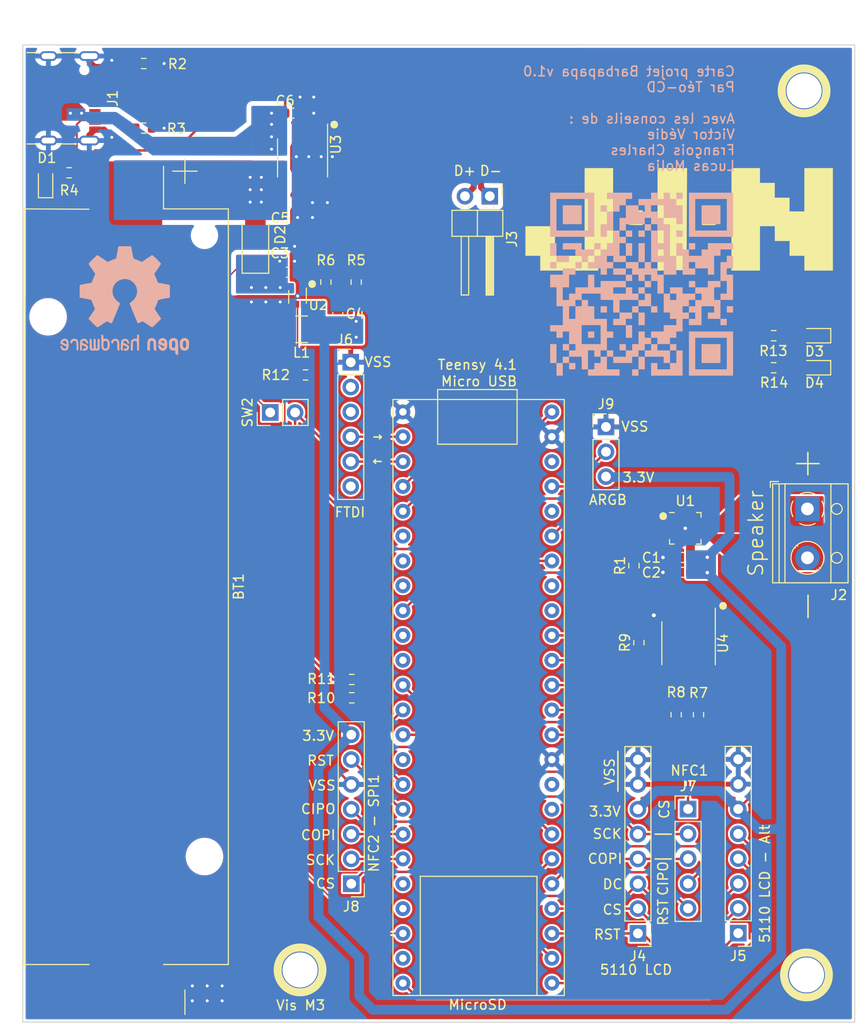
<source format=kicad_pcb>
(kicad_pcb (version 20221018) (generator pcbnew)
  (title_block (title "Carte projet Barbapapa") (date "2023-06-26") (rev "1.0") (company "Téo-CD"))
  (layers (0 "F.Cu" signal) (31 "B.Cu" power) (34 "B.Paste" user) (35 "F.Paste" user) (36 "B.SilkS" user "B.Silkscreen") (37 "F.SilkS" user "F.Silkscreen") (38 "B.Mask" user) (39 "F.Mask" user) (44 "Edge.Cuts" user))
  (net 0 "")
  (net 1 "/Power and USB/BATT_LOAD")
  (net 2 "VSS")
  (net 3 "/Power and USB/VBUS")
  (net 4 "Net-(D1-K)")
  (net 5 "Net-(D1-A)")
  (net 6 "Net-(J1-CC1)")
  (net 7 "/Power and USB/USB_D_P")
  (net 8 "/Power and USB/USB_D_N")
  (net 10 "Net-(J1-CC2)")
  (net 12 "/Audio/Speaker_P")
  (net 13 "/Audio/Speaker_N")
  (net 14 "/LCD connectors/LCD_RST")
  (net 15 "/LCD connectors/LCD_CS")
  (net 16 "/LCD connectors/LCD_DC")
  (net 17 "/SPI_COPI")
  (net 18 "/SPI_SCK")
  (net 19 "/LCD connectors/LCD_COPI_ALT")
  (net 20 "/LCD connectors/LCD_SCK_ALT")
  (net 23 "Net-(J6-Pin_4)")
  (net 24 "Net-(J6-Pin_5)")
  (net 26 "/NFC Connectors/NFC1_CS")
  (net 27 "/SPI_CIPO")
  (net 28 "/NFC2_CS")
  (net 29 "/SPI1_SCK")
  (net 30 "/SPI1_COPI")
  (net 31 "/SPI1_CIPO")
  (net 32 "/NFC Connectors/NFC2_RST")
  (net 33 "Net-(U2-SW)")
  (net 34 "/Audio/Amp_enable")
  (net 35 "Net-(U1-~{SD_MODE})")
  (net 36 "Net-(U2-FB)")
  (net 37 "Net-(U4-X0)")
  (net 38 "Net-(U4-X3)")
  (net 39 "/Audio/AMP_GAIN_EN")
  (net 40 "/Power and USB/VIN")
  (net 44 "/Audio_OUT")
  (net 47 "/Audio/AMP_GAIN0")
  (net 48 "/Audio/AMP_GAIN1")
  (net 51 "/Audio/LRCLK")
  (net 52 "/Audio/BCLK")
  (net 59 "Net-(U1-~{GAIN_SLOT})")
  (net 65 "/NFC1_RST")
  (net 66 "/BAT_SNS")
  (net 69 "/Reg_en")
  (net 70 "/Power and USB/BATT_SAFE")
  (net 71 "VDD")
  (net 72 "Net-(D3-A)")
  (net 73 "Net-(D4-A)")
  (net 74 "/DBG_LED_1")
  (net 75 "/DBG_LED_2")
  (net 76 "/ARGB_Data")
  (footprint "01_Passives:RES_0603" (layer "F.Cu") (at 51.2572 127 180)
    (fp_text reference "R11")
    (fp_text value "RES_0603_100K_1%")
  )
  (footprint "LED_SMD:LED_0603_1608Metric_Pad1.05x0.95mm_HandSolder" (layer "F.Cu") (at 98.6038 91.8464 180)
    (fp_text reference "D3")
    (fp_text value "LED")
  )
  (footprint "Connector_PinHeader_2.54mm:PinHeader_1x05_P2.54mm_Vertical" (layer "F.Cu") (at 85.667 140.2536)
    (fp_text reference "J7")
    (fp_text value "NFC1")
  )
  (footprint "01_Passives:RES_0603" (layer "F.Cu") (at 29.972 70.612 180)
    (fp_text reference "R3")
    (fp_text value "RES_0603_5K1_1%")
  )
  (footprint "Package_SO:SOIC-8_3.9x4.9mm_P1.27mm" (layer "F.Cu") (at 46.228 73.66 -90)
    (fp_text reference "U3")
    (fp_text value "MAX1811")
  )
  (footprint "01_Passives:RES_0603" (layer "F.Cu") (at 51.2572 128.8796)
    (fp_text reference "R10")
    (fp_text value "RES_0603_200k_1%")
  )
  (footprint "LOGO" (layer "F.Cu") (at 85.2424 80.2132)
    (fp_text reference "G***" hide)
    (fp_text value "LOGO" hide)
  )
  (footprint "MountingHole:MountingHole_3.2mm_M3" (layer "F.Cu") (at 97.536 66.802)
    (fp_text reference "H1" hide)
    (fp_text value "MountingHole")
  )
  (footprint "Diode_SMD:D_SOD-128" (layer "F.Cu") (at 41.402 82.296 90)
    (fp_text reference "D2")
    (fp_text value "PMEG3050EP-QX")
  )
  (footprint "Battery:BatteryHolder_Keystone_1042_1x18650" (layer "F.Cu") (at 28.193 117.516 -90)
    (fp_text reference "BT1")
    (fp_text value "Battery_Cell")
  )
  (footprint "01_Passives:CAP_0603" (layer "F.Cu") (at 85.1336 116.0474 180)
    (fp_text reference "C2")
    (fp_text value "CAP_0603_10uF_50V")
  )
  (footprint "Connector_PinHeader_2.54mm:PinHeader_1x02_P2.54mm_Vertical" (layer "F.Cu") (at 42.921 99.695 90)
    (fp_text reference "SW2")
    (fp_text value "Power switch")
  )
  (footprint "Connector_USB:USB_C_Receptacle_GCT_USB4105-xx-A_16P_TopMnt_Horizontal" (layer "F.Cu") (at 21.3 67.564 -90)
    (fp_text reference "J1")
    (fp_text value "USB_C_Receptacle_USB2.0")
  )
  (footprint "Stuff:Teensy 4.1" (layer "F.Cu") (at 64.1123 127.579)
    (fp_text reference "Teensy 4.1")
    (fp_text value "~")
  )
  (footprint "Connector_PinHeader_2.54mm:PinHeader_1x08_P2.54mm_Vertical" (layer "F.Cu") (at 80.5362 152.979 180)
    (fp_text reference "J4")
    (fp_text value "LCD SPI")
  )
  (footprint "01_Passives:RES_0603" (layer "F.Cu") (at 86.7338 130.6016 90)
    (fp_text reference "R7")
    (fp_text value "RES_0603_100K_1%")
  )
  (footprint "MountingHole:MountingHole_3.2mm_M3" (layer "F.Cu") (at 45.974 156.718)
    (fp_text reference "H3" hide)
    (fp_text value "MountingHole")
  )
  (footprint "01_Passives:CAP_0603" (layer "F.Cu") (at 44.704 85.344)
    (fp_text reference "C3")
    (fp_text value "CAP_0603_10uF_50V")
  )
  (footprint "01_Passives:RES_0603" (layer "F.Cu") (at 94.425 95.123 180)
    (fp_text reference "R14")
    (fp_text value "RES_0603_200_1%")
  )
  (footprint "LED_SMD:LED_0603_1608Metric_Pad1.05x0.95mm_HandSolder" (layer "F.Cu") (at 98.6 95.123 180)
    (fp_text reference "D4")
    (fp_text value "LED")
  )
  (footprint "01_Passives:RES_0603" (layer "F.Cu") (at 48.6156 86.36 90)
    (fp_text reference "R6")
    (fp_text value "RES_0603_44K2_1%")
  )
  (footprint "01_Passives:CAP_0603" (layer "F.Cu") (at 44.958 78.232 180)
    (fp_text reference "C5")
    (fp_text value "CAP_0603_10uF_50V")
  )
  (footprint "MountingHole:MountingHole_3.2mm_M3" (layer "F.Cu") (at 97.79 157.226)
    (fp_text reference "H2" hide)
    (fp_text value "MountingHole")
  )
  (footprint "Inductor_SMD:L_1210_3225Metric_Pad1.42x2.65mm_HandSolder" (layer "F.Cu") (at 46.1264 91.186)
    (fp_text reference "L1")
    (fp_text value "IND_1.5uH_5A_20%")
  )
  (footprint "Connector_PinHeader_2.54mm:PinHeader_1x07_P2.54mm_Vertical" (layer "F.Cu") (at 51.2091 147.899 180)
    (fp_text reference "J8")
    (fp_text value "NFC2")
  )
  (footprint "01_Passives:CAP_0603" (layer "F.Cu") (at 45.212 69.088 180)
    (fp_text reference "C6")
    (fp_text value "CAP_0603_10uF_50V")
  )
  (footprint "01_Passives:RES_0603" (layer "F.Cu") (at 46.5328 95.8596)
    (fp_text reference "R12")
    (fp_text value "RES_0603_5K1_1%")
  )
  (footprint "01_Passives:CAP_0603" (layer "F.Cu") (at 49.8348 89.6112 -90)
    (fp_text reference "C4")
    (fp_text value "CAP_0603_10uF_50V")
  )
  (footprint "Connector_PinHeader_2.54mm:PinHeader_1x06_P2.54mm_Vertical" (layer "F.Cu") (at 51.1583 94.559)
    (fp_text reference "J6")
    (fp_text value "Random FTDI")
  )
  (footprint "Package_TO_SOT_SMD:SOT-563" (layer "F.Cu") (at 45.712 87.872 -90)
    (fp_text reference "U2")
    (fp_text value "AP61201Z6-7 buck")
  )
  (footprint "01_Passives:RES_0603" (layer "F.Cu") (at 84.4478 130.6016 90)
    (fp_text reference "R8")
    (fp_text value "RES_0603_100K_1%")
  )
  (footprint "01_Passives:CAP_0603" (layer "F.Cu") (at 85.1336 114.5234 180)
    (fp_text reference "C1")
    (fp_text value "CAP_0603_100nF_50V")
  )
  (footprint "Connector_PinHeader_2.54mm:PinHeader_1x03_P2.54mm_Vertical" (layer "F.Cu") (at 77.2695 101.178)
    (fp_text reference "J9")
    (fp_text value "RGB_LED")
  )
  (footprint "01_Passives:RES_0603" (layer "F.Cu") (at 51.7144 86.36 -90)
    (fp_text reference "R5")
    (fp_text value "RES_0603_200k_1%")
  )
  (footprint "01_Passives:RES_0603" (layer "F.Cu") (at 22.352 75.184)
    (fp_text reference "R4")
    (fp_text value "RES_0603_200_1%")
  )
  (footprint "Package_SO:TSSOP-16_4.4x5mm_P0.65mm" (layer "F.Cu") (at 85.7178 123.3041 -90)
    (fp_text reference "U4")
    (fp_text value "CD4051B")
  )
  (footprint "TerminalBlock_RND:TerminalBlock_RND_205-00012_1x02_P5.00mm_Horizontal" (layer "F.Cu") (at 97.8787 109.5596 -90)
    (fp_text reference "J2")
    (fp_text value "Speaker")
  )
  (footprint "01_Passives:RES_0603" (layer "F.Cu") (at 94.4288 91.8464)
    (fp_text reference "R13")
    (fp_text value "RES_0603_200_1%")
  )
  (footprint "01_Passives:RES_0603" (layer "F.Cu") (at 29.972 64.008)
    (fp_text reference "R2")
    (fp_text value "RES_0603_5K1_1%")
  )
  (footprint "LED_SMD:LED_0603_1608Metric_Pad1.05x0.95mm_HandSolder" (layer "F.Cu") (at 19.939 76.073 90)
    (fp_text reference "D1")
    (fp_text value "LED")
  )
  (footprint "LOGO" (layer "F.Cu") (at 80.9244 86.5632)
    (fp_text reference "G***" hide)
    (fp_text value "LOGO" hide)
  )
  (footprint "Connector_PinHeader_2.54mm:PinHeader_1x08_P2.54mm_Vertical" (layer "F.Cu") (at 90.7978 152.9536 180)
    (fp_text reference "J5")
    (fp_text value "LCD Soft SPI")
  )
  (footprint "01_Passives:RES_0603" (layer "F.Cu") (at 80.6378 123.2356 90)
    (fp_text reference "R9")
    (fp_text value "RES_0603_5K1_1%")
  )
  (footprint "Connector_PinHeader_2.54mm:PinHeader_1x02_P2.54mm_Horizontal" (layer "F.Cu") (at 65.3823 77.579 -90)
    (fp_text reference "J3")
    (fp_text value "Conn_01x02")
  )
  (footprint "Package_DFN_QFN:TQFN-16-1EP_3x3mm_P0.5mm_EP1.23x1.23mm" (layer "F.Cu") (at 85.3816 111.5439)
    (fp_text reference "U1")
    (fp_text value "MAX98357A/B")
  )
  (footprint "01_Passives:RES_0603" (layer "F.Cu") (at 80.1298 115.3616 90)
    (fp_text reference "R1")
    (fp_text value "RES_0603_634K_1%")
  )
  (footprint "Symbol:OSHW-Logo2_14.6x12mm_SilkScreen" (layer "B.Cu") (at 28.0416 88.2396 180)
    (fp_text reference "REF**" hide)
    (fp_text value "OSHW-Logo2_14.6x12mm_SilkScreen" hide)
  )
  (gr_circle (center 97.536 66.802) (end 99.836 66.802) (stroke (width 0.8)) (fill none) (layer "F.SilkS"))
  (gr_line (start 82.296 145.3642) (end 83.947 145.3642) (stroke (width 0.153)) (layer "F.SilkS"))
  (gr_circle (center 97.7808 157.226) (end 100.0808 157.226) (stroke (width 0.8)) (fill none) (layer "F.SilkS"))
  (gr_line (start 78.486 134.366) (end 78.486 138.43) (stroke (width 0.153)) (layer "F.SilkS"))
  (gr_circle (center 45.974 156.7088) (end 48.274 156.7088) (stroke (width 0.8)) (fill none) (layer "F.SilkS"))
  (gr_line (start 82.296 142.8242) (end 83.947 142.8242) (stroke (width 0.153)) (layer "F.SilkS"))
  (gr_rect (start 17.6022 62.103) (end 102.7176 162.052) (stroke (width 0.1)) (fill none) (layer "Edge.Cuts"))
  (gr_text "${TITLE} v${REVISION}\nPar ${COMPANY}\n\nAvec les conseils de :\nVictor Védie\nFrançois Charles\nLucas Molia" (at 90.551 75.057) (layer "B.SilkS") (effects (font (size 1 1) (thickness 0.153)) (justify left bottom mirror)))
  (gr_text "3.3V" (at 46.101 133.35) (layer "F.SilkS") (effects (font (size 1 1) (thickness 0.153)) (justify left bottom)))
  (gr_text "+" (at 95.9639 106.4462) (layer "F.SilkS") (effects (font (size 3 3) (thickness 0.153)) (justify left bottom)))
  (gr_text "-" (at 96.4211 117.5714 -90) (layer "F.SilkS") (effects (font (size 3 3) (thickness 0.153)) (justify left bottom)))
  (gr_text "Vis M3" (at 43.434 160.909) (layer "F.SilkS") (effects (font (size 1 1) (thickness 0.153)) (justify left bottom)))
  (gr_text "RST" (at 83.693 152.273 90) (layer "F.SilkS") (effects (font (size 1 1) (thickness 0.153)) (justify left bottom)))
  (gr_text "VSS" (at 52.451 95.123) (layer "F.SilkS") (effects (font (size 1 1) (thickness 0.153)) (justify left bottom)))
  (gr_text "●" (at 46.612 86.972) (layer "F.SilkS") (effects (font (size 0.8 0.8) (thickness 0.153)) (justify left bottom)))
  (gr_text "CS" (at 76.835 151.13) (layer "F.SilkS") (effects (font (size 1 1) (thickness 0.153)) (justify left bottom)))
  (gr_text "CIPO" (at 83.693 149.225 90) (layer "F.SilkS") (effects (font (size 1 1) (thickness 0.153)) (justify left bottom)))
  (gr_text "NFC1" (at 83.7692 136.906) (layer "F.SilkS") (effects (font (size 1 1) (thickness 0.153)) (justify left bottom)))
  (gr_text "DC" (at 76.835 148.5392) (layer "F.SilkS") (effects (font (size 1 1) (thickness 0.153)) (justify left bottom)))
  (gr_text "SCK" (at 46.482 146.05) (layer "F.SilkS") (effects (font (size 1 1) (thickness 0.153)) (justify left bottom)))
  (gr_text "RST" (at 46.609 135.89) (layer "F.SilkS") (effects (font (size 1 1) (thickness 0.153)) (justify left bottom)))
  (gr_text "RST" (at 75.946 153.67) (layer "F.SilkS") (effects (font (size 1 1) (thickness 0.153)) (justify left bottom)))
  (gr_text "VSS" (at 46.736 138.43) (layer "F.SilkS") (effects (font (size 1 1) (thickness 0.153)) (justify left bottom)))
  (gr_text "●" (at 48.8696 70.6628) (layer "F.SilkS") (effects (font (size 0.8 0.8) (thickness 0.153)) (justify left bottom)))
  (gr_text "●" (at 82.5246 110.7134) (layer "F.SilkS") (effects (font (size 0.8 0.8) (thickness 0.153)) (justify left bottom)))
  (gr_text "SCK" (at 75.819 143.383) (layer "F.SilkS") (effects (font (size 1 1) (thickness 0.153)) (justify left bottom)))
  (gr_text "Speaker" (at 93.472 116.586 90) (layer "F.SilkS") (effects (font (size 1.5 1.5) (thickness 0.153)) (justify left bottom)))
  (gr_text "VSS" (at 78.74 101.727) (layer "F.SilkS") (effects (font (size 1 1) (thickness 0.153)) (justify left bottom)))
  (gr_text "ARGB" (at 75.438 109.22) (layer "F.SilkS") (effects (font (size 1 1) (thickness 0.153)) (justify left bottom)))
  (gr_text "5110 LCD" (at 76.5556 157.2768) (layer "F.SilkS") (effects (font (size 1 1) (thickness 0.153)) (justify left bottom)))
  (gr_text "D+" (at 61.595 75.565) (layer "F.SilkS") (effects (font (size 1 1) (thickness 0.153)) (justify left bottom)))
  (gr_text "VSS" (at 78.232 137.922 90) (layer "F.SilkS") (effects (font (size 1 1) (thickness 0.153)) (justify left bottom)))
  (gr_text "D-" (at 64.262 75.565) (layer "F.SilkS") (effects (font (size 1 1) (thickness 0.153)) (justify left bottom)))
  (gr_text "●" (at 88.646 119.888) (layer "F.SilkS") (effects (font (size 0.8 0.8) (thickness 0.153)) (justify left bottom)))
  (gr_text "COPI" (at 45.974 143.51) (layer "F.SilkS") (effects (font (size 1 1) (thickness 0.153)) (justify left bottom)))
  (gr_text "→" (at 54.61 104.1908 180) (layer "F.SilkS") (effects (font (size 1 1) (thickness 0.153)) (justify left bottom)))
  (gr_text "CS" (at 47.498 148.463) (layer "F.SilkS") (effects (font (size 1 1) (thickness 0.153)) (justify left bottom)))
  (gr_text "CS" (at 83.82 141.351 90) (layer "F.SilkS") (effects (font (size 1 1) (thickness 0.153)) (justify left bottom)))
  (gr_text "3.3V" (at 78.867 106.934) (layer "F.SilkS") (effects (font (size 1 1) (thickness 0.153)) (justify left bottom)))
  (gr_text "5110 LCD - Alt" (at 94.107 154.0458 90) (layer "F.SilkS") (effects (font (size 1 1) (thickness 0.153)) (justify left bottom)))
  (gr_text "NFC2 - SPI1" (at 54.102 146.812 90) (layer "F.SilkS") (effects (font (size 1 1) (thickness 0.153)) (justify left bottom)))
  (gr_text "3.3V" (at 75.438 141.097) (layer "F.SilkS") (effects (font (size 1 1) (thickness 0.153)) (justify left bottom)))
  (gr_text "CIPO" (at 45.974 140.843) (layer "F.SilkS") (effects (font (size 1 1) (thickness 0.153)) (justify left bottom)))
  (gr_text "FTDI" (at 49.4284 110.49) (layer "F.SilkS") (effects (font (size 1 1) (thickness 0.153)) (justify left bottom)))
  (gr_text "→" (at 53.1876 102.7176) (layer "F.SilkS") (effects (font (size 1 1) (thickness 0.153)) (justify left bottom)))
  (gr_text "COPI" (at 75.311 145.923) (layer "F.SilkS") (effects (font (size 1 1) (thickness 0.153)) (justify left bottom)))
  (via (at 40.8686 76.9112) (size 0.56) (drill 0.3) (layers "F.Cu" "B.Cu") (net 1))
  (via (at 40.8686 78.1812) (size 0.56) (drill 0.3) (layers "F.Cu" "B.Cu") (net 1))
  (via (at 42.0116 76.9112) (size 0.56) (drill 0.3) (layers "F.Cu" "B.Cu") (net 1))
  (via (at 42.0116 78.1812) (size 0.56) (drill 0.3) (layers "F.Cu" "B.Cu") (net 1))
  (via (at 42.0116 75.6412) (size 0.56) (drill 0.3) (layers "F.Cu" "B.Cu") (net 1))
  (via (at 40.8686 75.6412) (size 0.56) (drill 0.3) (layers "F.Cu" "B.Cu") (net 1))
  (segment (start 83.0966 116.0474) (end 84.3586 116.0474) (width 0.4) (layer "F.Cu") (net 2))
  (segment (start 85.1316 110.1064) (end 85.1316 111.2939) (width 0.15) (layer "F.Cu") (net 2))
  (segment (start 83.9441 111.7939) (end 85.1316 111.7939) (width 0.15) (layer "F.Cu") (net 2))
  (segment (start 83.1016 114.5234) (end 84.3586 114.5234) (width 0.4) (layer "F.Cu") (net 2))
  (segment (start 83.4428 120.4416) (end 82.1618 120.4416) (width 0.25) (layer "F.Cu") (net 2))
  (segment (start 49.3268 129.3876) (end 49.3268 135.8567) (width 0.25) (layer "F.Cu") (net 2))
  (segment (start 49.3268 135.8567) (end 51.2091 137.739) (width 0.25) (layer "F.Cu") (net 2))
  (segment (start 83.4428 120.4416) (end 84.0928 120.4416) (width 0.25) (layer "F.Cu") (net 2))
  (segment (start 87.3428 124.91533) (end 87.3428 126.1666) (width 0.25) (layer "F.Cu") (net 2))
  (segment (start 24.405 63.789) (end 24.98 64.364) (width 0.6) (layer "F.Cu") (net 2))
  (segment (start 32.0654 70.612) (end 30.797 70.612) (width 0.25) (layer "F.Cu") (net 2))
  (segment (start 51.1583 94.559) (end 47.9858 94.559) (width 0.15) (layer "F.Cu") (net 2))
  (segment (start 86.9828 135.1736) (end 90.7978 135.1736) (width 0.25) (layer "F.Cu") (net 2))
  (segment (start 84.0928 120.4416) (end 84.0928 121.66533) (width 0.25) (layer "F.Cu") (net 2))
  (segment (start 24.98 70.764) (end 25.9224 70.764) (width 0.6) (layer "F.Cu") (net 2))
  (segment (start 47.9858 94.559) (end 47.3578 95.187) (width 0.15) (layer "F.Cu") (net 2))
  (segment (start 47.3578 95.187) (end 47.3578 95.8596) (width 0.15) (layer "F.Cu") (net 2))
  (segment (start 24.98 64.364) (end 26.024 64.364) (width 0.6) (layer "F.Cu") (net 2))
  (segment (start 86.8191 111.2939) (end 85.6316 111.2939) (width 0.15) (layer "F.Cu") (net 2))
  (segment (start 50.4322 128.8796) (end 49.8348 128.8796) (width 0.25) (layer "F.Cu") (net 2))
  (segment (start 25.9224 70.764) (end 26.7102 71.5518) (width 0.6) (layer "F.Cu") (net 2))
  (segment (start 24.405 71.884) (end 24.405 71.339) (width 0.6) (layer "F.Cu") (net 2))
  (segment (start 32.0654 64.008) (end 30.797 64.008) (width 0.25) (layer "F.Cu") (net 2))
  (segment (start 49.8348 128.8796) (end 49.3268 129.3876) (width 0.25) (layer "F.Cu") (net 2))
  (segment (start 84.4478 132.6386) (end 86.9828 135.1736) (width 0.25) (layer "F.Cu") (net 2))
  (segment (start 84.4478 131.4266) (end 84.4478 132.6386) (width 0.25) (layer "F.Cu") (net 2))
  (segment (start 84.0928 121.66533) (end 87.3428 124.91533) (width 0.25) (layer "F.Cu") (net 2))
  (segment (start 26.024 64.364) (end 26.7102 63.6778) (width 0.6) (layer "F.Cu") (net 2))
  (segment (start 24.405 63.244) (end 24.405 63.789) (width 0.6) (layer "F.Cu") (net 2))
  (segment (start 24.405 71.339) (end 24.98 70.764) (width 0.6) (layer "F.Cu") (net 2))
  (via (at 47.244 78.232) (size 0.56) (drill 0.3) (layers "F.Cu" "B.Cu") (net 2))
  (via (at 34.9504 159.8676) (size 0.56) (drill 0.3) (layers "F.Cu" "B.Cu") (net 2))
  (via (at 36.4744 159.8676) (size 0.56) (drill 0.3) (layers "F.Cu" "B.Cu") (net 2))
  (via (at 45.4152 82.7024) (size 0.56) (drill 0.3) (layers "F.Cu" "B.Cu") (net 2))
  (via (at 82.1618 120.4416) (size 0.8) (drill 0.4) (layers "F.Cu" "B.Cu") (net 2))
  (via (at 45.72 79.756) (size 0.56) (drill 0.3) (layers "F.Cu" "B.Cu") (net 2))
  (via (at 42.4688 88.392) (size 0.56) (drill 0.3) (layers "F.Cu" "B.Cu") (net 2))
  (via (at 32.0654 64.008) (size 0.56) (drill 0.3) (layers "F.Cu" "B.Cu") (net 2))
  (via (at 45.4152 84.2264) (size 0.56) (drill 0.3) (layers "F.Cu" "B.Cu") (net 2))
  (via (at 47.371 67.437) (size 0.56) (drill 0.3) (layers "F.Cu" "B.Cu") (net 2))
  (via (at 48.768 78.232) (size 0.56) (drill 0.3) (layers "F.Cu" "B.Cu") (net 2))
  (via (at 47.244 79.756) (size 0.56) (drill 0.3) (layers "F.Cu" "B.Cu") (net 2))
  (via (at 37.9984 158.3436) (size 0.56) (drill 0.3) (layers "F.Cu" "B.Cu") (net 2))
  (via (at 45.72 87.7824) (size 0.56) (drill 0.3) (layers "F.Cu" "B.Cu") (net 2))
  (via (at 34.9504 158.3436) (size 0.56) (drill 0.3) (layers "F.Cu" "B.Cu") (net 2))
  (via (at 45.593 73.533) (size 0.56) (drill 0.3) (layers "F.Cu" "B.Cu") (net 2))
  (via (at 45.974 67.437) (size 0.56) (drill 0.3) (layers "F.Cu" "B.Cu") (net 2))
  (via (at 26.7102 63.6778) (size 0.56) (drill 0.3) (layers "F.Cu" "B.Cu") (net 2))
  (via (at 46.863 73.533) (size 0.56) (drill 0.3) (layers "F.Cu" "B.Cu") (net 2))
  (via (at 36.4744 158.3436) (size 0.56) (drill 0.3) (layers "F.Cu" "B.Cu") (net 2))
  (via (at 40.9956 88.392) (size 0.56) (drill 0.3) (layers "F.Cu" "B.Cu") (net 2))
  (via (at 43.942 88.392) (size 0.56) (drill 0.3) (layers "F.Cu" "B.Cu") (net 2))
  (via (at 32.0654 70.612) (size 0.56) (drill 0.3) (layers "F.Cu" "B.Cu") (net 2))
  (via (at 49.276 73.533) (size 0.56) (drill 0.3) (layers "F.Cu" "B.Cu") (net 2))
  (via (at 85.3816 111.5439) (size 0.61) (drill 0.35) (layers "F.Cu" "B.Cu") (net 2))
  (via (at 83.0966 116.0474) (size 0.61) (drill 0.35) (layers "F.Cu" "B.Cu") (net 2))
  (via (at 26.7102 71.5518) (size 0.56) (drill 0.3) (layers "F.Cu" "B.Cu") (net 2))
  (via (at 37.9984 159.8676) (size 0.56) (drill 0.3) (layers "F.Cu" "B.Cu") (net 2))
  (via (at 83.1016 114.5234) (size 0.61) (drill 0.35) (layers "F.Cu" "B.Cu") (net 2))
  (via (at 47.371 69.088) (size 0.56) (drill 0.3) (layers "F.Cu" "B.Cu") (net 2))
  (via (at 48.133 73.533) (size 0.56) (drill 0.3) (layers "F.Cu" "B.Cu") (net 2))
  (segment (start 46.863 71.185) (end 48.133 71.185) (width 0.25) (layer "F.Cu") (net 3))
  (segment (start 51.054 71.758) (end 50.481 71.185) (width 0.25) (layer "F.Cu") (net 3))
  (segment (start 50.481 66.991) (end 50.481 71.185) (width 0.25) (layer "F.Cu") (net 3))
  (segment (start 44.958 66.421) (end 49.911 66.421) (width 0.25) (layer "F.Cu") (net 3))
  (segment (start 23.177 75.184) (end 23.128 75.135) (width 0.2) (layer "F.Cu") (net 3))
  (segment (start 51.054 73.7616) (end 51.054 71.758) (width 0.25) (layer "F.Cu") (net 3))
  (segment (start 24.8152 69.7992) (end 24.98 69.964) (width 0.2) (layer "F.Cu") (net 3))
  (segment (start 46.863 76.135) (end 46.863 75.758249) (width 0.25) (layer "F.Cu") (net 3))
  (segment (start 44.45 66.929) (end 44.958 66.421) (width 0.25) (layer "F.Cu") (net 3))
  (segment (start 48.133 71.185) (end 50.481 71.185) (width 0.25) (layer "F.Cu") (net 3))
  (segment (start 23.5712 69.7992) (end 24.8152 69.7992) (width 0.2) (layer "F.Cu") (net 3))
  (segment (start 44.45 69.075) (end 44.45 66.929) (width 0.25) (layer "F.Cu") (net 3))
  (segment (start 23.128 75.135) (end 23.128 70.2424) (width 0.2) (layer "F.Cu") (net 3))
  (segment (start 49.911 66.421) (end 50.481 66.991) (width 0.25) (layer "F.Cu") (net 3))
  (segment (start 46.863 75.758249) (end 47.742049 74.8792) (width 0.25) (layer "F.Cu") (net 3))
  (segment (start 49.9364 74.8792) (end 51.054 73.7616) (width 0.25) (layer "F.Cu") (net 3))
  (segment (start 47.742049 74.8792) (end 49.9364 74.8792) (width 0.25) (layer "F.Cu") (net 3))
  (segment (start 23.128 70.2424) (end 23.5712 69.7992) (width 0.2) (layer "F.Cu") (net 3))
  (segment (start 44.437 69.088) (end 44.45 69.075) (width 0.25) (layer "F.Cu") (net 3))
  (via (at 43.053 71.501) (size 0.56) (drill 0.3) (layers "F.Cu" "B.Cu") (net 3))
  (via (at 43.053 70.231) (size 0.56) (drill 0.3) (layers "F.Cu" "B.Cu") (net 3))
  (via (at 22.479 69.088) (size 0.56) (drill 0.3) (layers "F.Cu" "B.Cu") (net 3))
  (via (at 43.053 69.088) (size 0.56) (drill 0.3) (layers "F.Cu" "B.Cu") (net 3))
  (via (at 43.053 72.771) (size 0.56) (drill 0.3) (layers "F.Cu" "B.Cu") (net 3))
  (via (at 23.622 69.088) (size 0.56) (drill 0.3) (layers "F.Cu" "B.Cu") (net 3))
  (segment (start 51.431 67.407841) (end 50.063159 66.04) (width 0.25) (layer "F.Cu") (net 4))
  (segment (start 38.735 67.437) (end 33.274 72.898) (width 0.25) (layer "F.Cu") (net 4))
  (segment (start 33.274 72.898) (end 25.005 72.898) (width 0.25) (layer "F.Cu") (net 4))
  (segment (start 43.307 67.437) (end 38.735 67.437) (width 0.25) (layer "F.Cu") (net 4))
  (segment (start 44.704 66.04) (end 43.307 67.437) (width 0.25) (layer "F.Cu") (net 4))
  (segment (start 51.431 73.917758) (end 51.431 67.407841) (width 0.25) (layer "F.Cu") (net 4))
  (segment (start 23.128 76.948) (end 19.939 76.948) (width 0.25) (layer "F.Cu") (net 4))
  (segment (start 24.003 73.9) (end 24.003 76.073) (width 0.25) (layer "F.Cu") (net 4))
  (segment (start 48.133 76.135) (end 49.213758 76.135) (width 0.25) (layer "F.Cu") (net 4))
  (segment (start 24.003 76.073) (end 23.128 76.948) (width 0.25) (layer "F.Cu") (net 4))
  (segment (start 25.005 72.898) (end 24.003 73.9) (width 0.25) (layer "F.Cu") (net 4))
  (segment (start 50.063159 66.04) (end 44.704 66.04) (width 0.25) (layer "F.Cu") (net 4))
  (segment (start 49.213758 76.135) (end 51.431 73.917758) (width 0.25) (layer "F.Cu") (net 4))
  (segment (start 21.527 75.184) (end 19.953 75.184) (width 0.2) (layer "F.Cu") (net 5))
  (segment (start 19.953 75.184) (end 19.939 75.198) (width 0.2) (layer "F.Cu") (net 5))
  (segment (start 28.111 64.008) (end 29.147 64.008) (width 0.25) (layer "F.Cu") (net 6))
  (segment (start 24.98 66.314) (end 25.805 66.314) (width 0.25) (layer "F.Cu") (net 6))
  (segment (start 25.805 66.314) (end 28.111 64.008) (width 0.25) (layer "F.Cu") (net 6))
  (segment (start 25.709 67.314) (end 25.9842 67.5892) (width 0.25) (layer "F.Cu") (net 7))
  (segment (start 63.737299 75.697631) (end 52.778268 64.7386) (width 0.6) (layer "F.Cu") (net 7))
  (segment (start 25.9842 67.5892) (end 25.9842 68.1848) (width 0.25) (layer "F.Cu") (net 7))
  (segment (start 62.8423 77.579) (end 63.737299 76.684001) (width 0.6) (layer "F.Cu") (net 7))
  (segment (start 36.578932 64.7386) (end 33.764836 67.552696) (width 0.6) (layer "F.Cu") (net 7))
  (segment (start 63.737299 76.684001) (end 63.737299 75.697631) (width 0.6) (layer "F.Cu") (net 7))
  (segment (start 52.778268 64.7386) (end 36.578932 64.7386) (width 0.6) (layer "F.Cu") (net 7))
  (segment (start 33.764836 67.552696) (end 26.495039 67.552696) (width 0.6) (layer "F.Cu") (net 7))
  (segment (start 24.98 67.314) (end 25.709 67.314) (width 0.25) (layer "F.Cu") (net 7))
  (segment (start 25.855 68.314) (end 24.98 68.314) (width 0.25) (layer "F.Cu") (net 7))
  (segment (start 25.9842 68.1848) (end 25.855 68.314) (width 0.25) (layer "F.Cu") (net 7))
  (segment (start 33.454172 66.802696) (end 26.09695 66.802696) (width 0.6) (layer "F.Cu") (net 8))
  (segment (start 36.268268 63.9886) (end 33.454172 66.802696) (width 0.6) (layer "F.Cu") (net 8))
  (segment (start 53.088932 63.9886) (end 36.268268 63.9886) (width 0.6) (layer "F.Cu") (net 8))
  (segment (start 23.8146 67.5236) (end 24.105 67.814) (width 0.25) (layer "F.Cu") (net 8))
  (segment (start 64.487301 76.684001) (end 64.487301 75.386969) (width 0.6) (layer "F.Cu") (net 8))
  (segment (start 24.105 66.814) (end 23.8146 67.1044) (width 0.25) (layer "F.Cu") (net 8))
  (segment (start 23.8146 67.1044) (end 23.8146 67.5236) (width 0.25) (layer "F.Cu") (net 8))
  (segment (start 64.487301 75.386969) (end 53.088932 63.9886) (width 0.6) (layer "F.Cu") (net 8))
  (segment (start 24.105 67.814) (end 24.98 67.814) (width 0.25) (layer "F.Cu") (net 8))
  (segment (start 65.3823 77.579) (end 64.487301 76.684001) (width 0.6) (layer "F.Cu") (net 8))
  (segment (start 24.98 66.814) (end 24.105 66.814) (width 0.25) (layer "F.Cu") (net 8))
  (segment (start 26.769 69.314) (end 28.067 70.612) (width 0.25) (layer "F.Cu") (net 10))
  (segment (start 24.98 69.314) (end 26.769 69.314) (width 0.25) (layer "F.Cu") (net 10))
  (segment (start 28.067 70.612) (end 29.147 70.612) (width 0.25) (layer "F.Cu") (net 10))
  (segment (start 88.9182 154.8332) (end 90.7978 152.9536) (width 0.25) (layer "F.Cu") (net 14))
  (segment (start 80.9934 152.979) (end 82.8476 154.8332) (width 0.25) (layer "F.Cu") (net 14))
  (segment (start 82.8476 154.8332) (end 88.9182 154.8332) (width 0.25) (layer "F.Cu") (net 14))
  (segment (start 80.5362 152.979) (end 71.7323 152.979) (width 0.25) (layer "F.Cu") (net 14))
  (segment (start 80.5362 150.439) (end 71.7323 150.439) (width 0.25) (layer "F.Cu") (net 15))
  (segment (start 84.1176 154.0204) (end 87.191 154.0204) (width 0.25) (layer "F.Cu") (net 15))
  (segment (start 80.5362 150.439) (end 84.1176 154.0204) (width 0.25) (layer "F.Cu") (net 15))
  (segment (start 87.191 154.0204) (end 90.7978 150.4136) (width 0.25) (layer "F.Cu") (net 15))
  (segment (start 79.2916 149.1436) (end 71.0744 149.1436) (width 0.25) (layer "F.Cu") (net 16))
  (segment (start 70.104 150.114) (end 71.0744 149.1436) (width 0.25) (layer "F.Cu") (net 16))
  (segment (start 80.5362 147.899) (end 84.8288 152.1916) (width 0.25) (layer "F.Cu") (net 16))
  (segment (start 86.4798 152.1916) (end 90.7978 147.8736) (width 0.25) (layer "F.Cu") (net 16))
  (segment (start 70.104 153.8907) (end 70.104 150.114) (width 0.25) (layer "F.Cu") (net 16))
  (segment (start 84.8288 152.1916) (end 86.4798 152.1916) (width 0.25) (layer "F.Cu") (net 16))
  (segment (start 71.7323 155.519) (end 70.104 153.8907) (width 0.25) (layer "F.Cu") (net 16))
  (segment (start 79.2916 149.1436) (end 80.5362 147.899) (width 0.25) (layer "F.Cu") (net 16))
  (segment (start 59.3167 133.9036) (end 55.5067 133.9036) (width 0.25) (layer "F.Cu") (net 17))
  (segment (start 85.6416 145.359) (end 85.667 145.3336) (width 0.25) (layer "F.Cu") (net 17))
  (segment (start 80.5362 145.359) (end 78.9001 145.359) (width 0.25) (layer "F.Cu") (net 17))
  (segment (start 55.5067 133.9036) (end 54.9987 133.3956) (width 0.25) (layer "F.Cu") (net 17))
  (segment (start 54.9987 133.3956) (end 54.9987 131.6126) (width 0.25) (layer "F.Cu") (net 17))
  (segment (start 80.5362 145.359) (end 85.6416 145.359) (width 0.25) (layer "F.Cu") (net 17))
  (segment (start 54.9987 131.6126) (end 56.4923 130.119) (width 0.25) (layer "F.Cu") (net 17))
  (segment (start 64.3967 138.9836) (end 59.3167 133.9036) (width 0.25) (layer "F.Cu") (net 17))
  (segment (start 78.9001 145.359) (end 72.5247 138.9836) (width 0.25) (layer "F.Cu") (net 17))
  (segment (start 72.5247 138.9836) (end 64.3967 138.9836) (width 0.25) (layer "F.Cu") (net 17))
  (segment (start 78.486 137.7188) (end 73.4262 132.659) (width 0.25) (layer "F.Cu") (net 18))
  (segment (start 78.486 140.7688) (end 78.486 137.7188) (width 0.25) (layer "F.Cu") (net 18))
  (segment (start 85.6416 142.819) (end 85.667 142.7936) (width 0.25) (layer "F.Cu") (net 18))
  (segment (start 80.5362 142.819) (end 85.6416 142.819) (width 0.25) (layer "F.Cu") (net 18))
  (segment (start 73.4262 132.659) (end 71.7323 132.659) (width 0.25) (layer "F.Cu") (net 18))
  (segment (start 80.5362 142.819) (end 78.486 140.7688) (width 0.25) (layer "F.Cu") (net 18))
  (segment (start 88.0424 158.059) (end 93.0838 153.0176) (width 0.25) (layer "F.Cu") (net 19))
  (segment (start 93.0838 153.0176) (end 93.0838 147.6196) (width 0.25) (layer "F.Cu") (net 19))
  (segment (start 93.0838 147.6196) (end 90.7978 145.3336) (width 0.25) (layer "F.Cu") (net 19))
  (segment (start 71.7323 158.059) (end 88.0424 158.059) (width 0.25) (layer "F.Cu") (net 19))
  (segment (start 57.9199 159.4866) (end 56.4923 158.059) (width 0.25) (layer "F.Cu") (net 20))
  (segment (start 93.7768 145.7726) (end 93.7768 153.6192) (width 0.25) (layer "F.Cu") (net 20))
  (segment (start 93.7768 153.6192) (end 87.9094 159.4866) (width 0.25) (layer "F.Cu") (net 20))
  (segment (start 87.9094 159.4866) (end 57.9199 159.4866) (width 0.25) (layer "F.Cu") (net 20))
  (segment (start 90.7978 142.7936) (end 93.7768 145.7726) (width 0.25) (layer "F.Cu") (net 20))
  (segment (start 51.1583 102.179) (end 56.4923 102.179) (width 0.25) (layer "F.Cu") (net 23))
  (segment (start 56.4923 104.719) (end 51.1583 104.719) (width 0.25) (layer "F.Cu") (net 24))
  (segment (start 81.1458 131.3636) (end 60.2769 131.3636) (width 0.25) (layer "F.Cu") (net 26))
  (segment (start 60.2769 131.3636) (end 56.4923 127.579) (width 0.25) (layer "F.Cu") (net 26))
  (segment (start 85.667 135.8848) (end 81.1458 131.3636) (width 0.25) (layer "F.Cu") (net 26))
  (segment (start 85.667 140.2536) (end 85.667 135.8848) (width 0.25) (layer "F.Cu") (net 26))
  (segment (start 87.2418 144.8256) (end 87.2418 146.2988) (width 0.25) (layer "F.Cu") (net 27))
  (segment (start 76.835 139.827) (end 76.835 141.351) (width 0.25) (layer "F.Cu") (net 27))
  (segment (start 61.6281 132.659) (end 65.4127 136.4436) (width 0.25) (layer "F.Cu") (net 27))
  (segment (start 86.4798 144.0636) (end 87.2418 144.8256) (width 0.25) (layer "F.Cu") (net 27))
  (segment (start 65.4127 136.4436) (end 73.4516 136.4436) (width 0.25) (layer "F.Cu") (net 27))
  (segment (start 87.2418 146.2988) (end 85.667 147.8736) (width 0.25) (layer "F.Cu") (net 27))
  (segment (start 56.4923 132.659) (end 61.6281 132.659) (width 0.25) (layer "F.Cu") (net 27))
  (segment (start 76.835 141.351) (end 79.5476 144.0636) (width 0.25) (layer "F.Cu") (net 27))
  (segment (start 79.5476 144.0636) (end 86.4798 144.0636) (width 0.25) (layer "F.Cu") (net 27))
  (segment (start 73.4516 136.4436) (end 76.835 139.827) (width 0.25) (layer "F.Cu") (net 27))
  (segment (start 70.4063 146.685) (end 71.7323 145.359) (width 0.25) (layer "F.Cu") (net 28))
  (segment (start 52.4231 146.685) (end 70.4063 146.685) (width 0.25) (layer "F.Cu") (net 28))
  (segment (start 51.2091 147.899) (end 52.4231 146.685) (width 0.25) (layer "F.Cu") (net 28))
  (segment (start 56.4923 145.359) (end 51.2091 145.359) (width 0.25) (layer "F.Cu") (net 29))
  (segment (start 56.4923 142.819) (end 51.2091 142.819) (width 0.25) (layer "F.Cu") (net 30))
  (segment (start 52.4791 141.549) (end 70.4623 141.549) (width 0.25) (layer "F.Cu") (net 31))
  (segment (start 70.4623 141.549) (end 71.7323 142.819) (width 0.25) (layer "F.Cu") (net 31))
  (segment (start 51.2091 140.279) (end 52.4791 141.549) (width 0.25) (layer "F.Cu") (net 31))
  (segment (start 56.2891 140.279) (end 56.4923 140.279) (width 0.25) (layer "F.Cu") (net 32))
  (segment (start 51.2091 135.199) (end 56.2891 140.279) (width 0.25) (layer "F.Cu") (net 32))
  (segment (start 45.142 90.4375) (end 45.142 88.622) (width 0.4) (layer "F.Cu") (net 33))
  (segment (start 80.1298 116.1866) (end 80.1298 117.4822) (width 0.25) (layer "F.Cu") (net 34))
  (segment (start 80.1298 117.4822) (end 75.113 122.499) (width 0.25) (layer "F.Cu") (net 34))
  (segment (start 75.113 122.499) (end 71.7323 122.499) (width 0.25) (layer "F.Cu") (net 34))
  (segment (start 81.6916 112.3136) (end 83.9244 112.3136) (width 0.25) (layer "F.Cu") (net 35))
  (segment (start 80.1298 113.8754) (end 81.6916 112.3136) (width 0.25) (layer "F.Cu") (net 35))
  (segment (start 80.1298 114.5366) (end 80.1298 113.8754) (width 0.25) (layer "F.Cu") (net 35))
  (segment (start 83.9244 112.3136) (end 83.9441 112.2939) (width 0.25) (layer "F.Cu") (net 35))
  (segment (start 47.1038 85.535) (end 46.212 86.4268) (width 0.25) (layer "F.Cu") (net 36))
  (segment (start 46.212 86.4268) (end 46.212 87.122) (width 0.25) (layer "F.Cu") (net 36))
  (segment (start 51.7144 85.535) (end 48.6156 85.535) (width 0.25) (layer "F.Cu") (net 36))
  (segment (start 48.6156 85.535) (end 47.1038 85.535) (width 0.25) (layer "F.Cu") (net 36))
  (segment (start 86.7338 129.7766) (end 86.7338 128.8978) (width 0.25) (layer "F.Cu") (net 37))
  (segment (start 86.7338 128.8978) (end 86.0428 128.2068) (width 0.25) (layer "F.Cu") (net 37))
  (segment (start 86.0428 128.2068) (end 86.0428 126.1666) (width 0.25) (layer "F.Cu") (net 37))
  (segment (start 84.4478 129.7766) (end 84.4478 129.0646) (width 0.25) (layer "F.Cu") (net 38))
  (segment (start 85.3928 128.1196) (end 85.3928 126.1666) (width 0.25) (layer "F.Cu") (net 38))
  (segment (start 84.4478 129.0646) (end 85.3928 128.1196) (width 0.25) (layer "F.Cu") (net 38))
  (segment (start 80.6378 122.4106) (end 80.6378 119.1716) (width 0.25) (layer "F.Cu") (net 39))
  (segment (start 78.9606 122.4106) (end 80.6378 122.4106) (width 0.25) (layer "F.Cu") (net 39))
  (segment (start 76.3322 125.039) (end 78.9606 122.4106) (width 0.25) (layer "F.Cu") (net 39))
  (segment (start 80.6378 119.1716) (end 80.8918 118.9176) (width 0.25) (layer "F.Cu") (net 39))
  (segment (start 71.7323 125.039) (end 76.3322 125.039) (width 0.25) (layer "F.Cu") (net 39))
  (segment (start 80.8918 118.9176) (end 84.1938 118.9176) (width 0.25) (layer "F.Cu") (net 39))
  (segment (start 84.1938 118.9176) (end 84.7428 119.4666) (width 0.25) (layer "F.Cu") (net 39))
  (segment (start 84.7428 119.4666) (end 84.7428 120.4416) (width 0.25) (layer "F.Cu") (net 39))
  (segment (start 57.7063 113.665) (end 54.1782 113.665) (width 0.25) (layer "F.Cu") (net 40))
  (segment (start 48.4886 107.9754) (end 48.4886 102.7226) (width 0.25) (layer "F.Cu") (net 40))
  (segment (start 45.461 123.1596) (end 49.3014 127) (width 0.25) (layer "F.Cu") (net 40))
  (segment (start 71.7323 99.639) (end 57.7063 113.665) (width 0.25) (layer "F.Cu") (net 40))
  (segment (start 45.461 99.695) (end 45.461 123.1596) (width 0.25) (layer "F.Cu") (net 40))
  (segment (start 54.1782 113.665) (end 48.4886 107.9754) (width 0.25) (layer "F.Cu") (net 40))
  (segment (start 49.3014 127) (end 50.4322 127) (width 0.25) (layer "F.Cu") (net 40))
  (segment (start 48.4886 102.7226) (end 45.461 99.695) (width 0.25) (layer "F.Cu") (net 40))
  (segment (start 60.3733 116.078) (end 75.6034 116.078) (width 0.25) (layer "F.Cu") (net 44))
  (segment (start 75.6034 116.078) (end 80.8875 110.7939) (width 0.25) (layer "F.Cu") (net 44))
  (segment (start 80.8875 110.7939) (end 83.9441 110.7939) (width 0.25) (layer "F.Cu") (net 44))
  (segment (start 56.4923 119.959) (end 60.3733 116.078) (width 0.25) (layer "F.Cu") (net 44))
  (segment (start 84.7428 127.7362) (end 84.7428 126.1666) (width 0.25) (layer "F.Cu") (net 47))
  (segment (start 82.36 130.119) (end 71.7323 130.119) (width 0.25) (layer "F.Cu") (net 47))
  (segment (start 82.36 130.119) (end 84.7428 127.7362) (width 0.25) (layer "F.Cu") (net 47))
  (segment (start 84.0928 126.1666) (end 84.0928 127.2432) (width 0.25) (layer "F.Cu") (net 48))
  (segment (start 71.7323 127.579) (end 83.757 127.579) (width 0.25) (layer "F.Cu") (net 48))
  (segment (start 84.0928 127.2432) (end 83.757 127.579) (width 0.25) (layer "F.Cu") (net 48))
  (segment (start 85.034 108.5036) (end 85.6316 109.1012) (width 0.25) (layer "F.Cu") (net 51))
  (segment (start 85.6316 109.1012) (end 85.6316 110.1064) (width 0.25) (layer "F.Cu") (net 51))
  (segment (start 68.199 109.347) (end 69.0424 108.5036) (width 0.25) (layer "F.Cu") (net 51))
  (segment (start 69.0424 108.5036) (end 85.034 108.5036) (width 0.25) (layer "F.Cu") (net 51))
  (segment (start 68.199 114.173) (end 68.199 109.347) (width 0.25) (layer "F.Cu") (net 51))
  (segment (start 68.905 114.879) (end 68.199 114.173) (width 0.25) (layer "F.Cu") (net 51))
  (segment (start 71.7323 114.879) (end 68.905 114.879) (width 0.25) (layer "F.Cu") (net 51))
  (segment (start 73.9649 110.1064) (end 84.6316 110.1064) (width 0.25) (layer "F.Cu") (net 52))
  (segment (start 71.7323 112.339) (end 73.9649 110.1064) (width 0.25) (layer "F.Cu") (net 52))
  (segment (start 85.6672 117.856) (end 86.6928 118.8816) (width 0.25) (layer "F.Cu") (net 59))
  (segment (start 83.9441 111.2939) (end 81.6191 111.2939) (width 0.25) (layer "F.Cu") (net 59))
  (segment (start 79.6218 115.3616) (end 80.7414 115.3616) (width 0.25) (layer "F.Cu") (net 59))
  (segment (start 79.1138 114.8536) (end 79.6218 115.3616) (width 0.25) (layer "F.Cu") (net 59))
  (segment (start 80.7414 115.3616) (end 83.2358 117.856) (width 0.25) (layer "F.Cu") (net 59))
  (segment (start 86.6928 118.8816) (end 86.6928 120.4416) (width 0.25) (layer "F.Cu") (net 59))
  (segment (start 83.2358 117.856) (end 85.6672 117.856) (width 0.25) (layer "F.Cu") (net 59))
  (segment (start 79.1138 113.7992) (end 79.1138 114.8536) (width 0.25) (layer "F.Cu") (net 59))
  (segment (start 81.6191 111.2939) (end 79.1138 113.7992) (width 0.25) (layer "F.Cu") (net 59))
  (segment (start 71.7323 147.899) (end 72.9073 146.724) (width 0.25) (layer "F.Cu") (net 65))
  (segment (start 72.9073 146.724) (end 81.9774 146.724) (width 0.25) (layer "F.Cu") (net 65))
  (segment (start 81.9774 146.724) (end 85.667 150.4136) (width 0.25) (layer "F.Cu") (net 65))
  (segment (start 52.0822 130.5174) (end 54.0004 132.4356) (width 0.25) (layer "F.Cu") (net 66))
  (segment (start 52.0822 128.8796) (end 52.0822 127) (width 0.15) (layer "F.Cu") (net 66))
  (segment (start 54.0004 135.2471) (end 56.4923 137.739) (width 0.25) (layer "F.Cu") (net 66))
  (segment (start 54.0004 132.4356) (end 54.0004 135.2471) (width 0.25) (layer "F.Cu") (net 66))
  (segment (start 52.0822 128.8796) (end 52.0822 130.5174) (width 0.25) (layer "F.Cu") (net 66))
  (segment (start 45.712 95.8554) (end 45.712 88.622) (width 0.15) (layer "F.Cu") (net 69))
  (segment (start 44.409 144.6374) (end 52.7506 152.979) (width 0.15) (layer "F.Cu") (net 69))
  (segment (start 45.7078 95.8596) (end 45.712 95.8554) (width 0.15) (layer "F.Cu") (net 69))
  (segment (start 44.409 97.1584) (end 44.409 144.6374) (width 0.15) (layer "F.Cu") (net 69))
  (segment (start 52.7506 152.979) (end 56.4923 152.979) (width 0.15) (layer "F.Cu") (net 69))
  (segment (start 45.7078 95.8596) (end 44.409 97.1584) (width 0.15) (layer "F.Cu") (net 69))
  (segment (start 37.9476 94.7216) (end 37.9476 86.5378) (width 0.15) (layer "F.Cu") (net 70))
  (segment (start 39.9894 84.496) (end 41.656 84.496) (width 0.15) (layer "F.Cu") (net 70))
  (segment (start 37.9476 86.5378) (end 39.9894 84.496) (width 0.15) (layer "F.Cu") (net 70))
  (segment (start 42.921 99.695) (end 37.9476 94.7216) (width 0.15) (layer "F.Cu") (net 70))
  (via (at 40.9956 86.9188) (size 0.56) (drill 0.3) (layers "F.Cu" "B.Cu") (net 70))
  (via (at 43.8912 84.2264) (size 0.56) (drill 0.3) (layers "F.Cu" "B.Cu") (net 70))
  (via (at 42.4688 86.9188) (size 0.56) (drill 0.3) (layers "F.Cu" "B.Cu") (net 70))
  (via (at 43.942 86.9188) (size 0.56) (drill 0.3) (layers "F.Cu" "B.Cu") (net 70))
  (segment (start 87.9928 128.3156) (end 87.9928 130.3366) (width 0.25) (layer "F.Cu") (net 71))
  (segment (start 87.9928 126.1666) (end 87.9928 128.3156) (width 0.25) (layer "F.Cu") (net 71))
  (segment (start 85.852 124.0606) (end 80.6378 124.0606) (width 0.25) (layer "F.Cu") (net 71))
  (segment (start 86.6928 126.1666) (end 86.6928 127.6954) (width 0.25) (layer "F.Cu") (net 71))
  (segment (start 86.6928 124.9014) (end 85.852 124.0606) (width 0.25) (layer "F.Cu") (net 71))
  (segment (start 85.9086 114.5234) (end 85.9086 113.2044) (width 0.9) (layer "F.Cu") (net 71))
  (segment (start 87.313 128.3156) (end 87.9928 128.3156) (width 0.25) (layer "F.Cu") (net 71))
  (segment (start 92.5758 138.4756) (end 92.5758 134.9196) (width 0.25) (layer "F.Cu") (net 71))
  (segment (start 88.0374 131.4266) (end 86.7338 131.4266) (width 0.25) (layer "F.Cu") (net 71))
  (segment (start 88.5601 130.9039) (end 88.0374 131.4266) (width 0.25) (layer "F.Cu") (net 71))
  (segment (start 89.2738 131.6176) (end 88.5601 130.9039) (width 0.25) (layer "F.Cu") (net 71))
  (segment (start 87.9928 130.3366) (end 89.2738 131.6176) (width 0.25) (layer "F.Cu") (net 71))
  (segment (start 86.6928 126.1666) (end 86.6928 124.9014) (width 0.25) (layer "F.Cu") (net 71))
  (segment (start 92.5758 134.9196) (end 89.2738 131.6176) (width 0.25) (layer "F.Cu") (net 71))
  (segment (start 90.7978 140.2536) (end 92.5758 138.4756) (width 0.25) (layer "F.Cu") (net 71))
  (segment (start 86.6928 127.6954) (end 87.313 128.3156) (width 0.25) (layer "F.Cu") (net 71))
  (segment (start 51.7144 87.185) (end 51.7144 90.3732) (width 0.25) (layer "F.Cu") (net 71))
  (segment (start 85.9086 113.2044) (end 85.9066 113.2024) (width 0.9) (layer "F.Cu") (net 71))
  (via (at 87.63 114.5032) (size 0.61) (drill 0.35) (layers "F.Cu" "B.Cu") (net 71))
  (via (at 87.63 116.078) (size 0.61) (drill 0.35) (layers "F.Cu" "B.Cu") (net 71))
  (via (at 51.7144 90.3732) (size 0.6) (drill 0.3) (layers "F.Cu" "B.Cu") (net 71))
  (via (at 51.7144 91.9988) (size 0.6) (drill 0.3) (layers "F.Cu" "B.Cu") (net 71))
  (segment (start 89.916 106.299) (end 77.3105 106.299) (width 1) (layer "B.Cu") (net 71))
  (segment (start 52.0192 155.448) (end 52.0192 159.385) (width 1) (layer "B.Cu") (net 71))
  (segment (start 89.916 112.2172) (end 89.916 106.299) (width 1) (layer "B.Cu") (net 71))
  (segment (start 48.4632 94.3001) (end 48.4632 92.0496) (width 1) (layer "B.Cu") (net 71))
  (segment (start 80.5362 140.279) (end 82.4106 138.4046) (width 1) (layer "B.Cu") (net 71))
  (segment (start 52.0192 159.385) (end 53.4162 160.782) (width 1) (layer "B.Cu") (net 71))
  (segment (start 94.7166 142.3162) (end 95.1992 141.8336) (width 1) (layer "B.Cu") (net 71))
  (segment (start 92.8604 142.3162) (end 94.7166 142.3162) (width 1) (layer "B.Cu") (net 71))
  (segment (start 88.9488 138.4046) (end 90.7978 140.2536) (width 1) (layer "B.Cu") (net 71))
  (segment (start 48.4632 94.3001) (end 48.4632 129.9131) (width 1) (layer "B.Cu") (net 71))
  (segment (start 53.4162 160.782) (end 89.6112 160.782) (width 1) (layer "B.Cu") (net 71))
  (segment (start 87.63 114.5032) (end 89.916 112.2172) (width 1) (layer "B.Cu") (net 71))
  (segment (start 95.1992 141.8336) (end 95.1992 155.194) (width 1) (layer "B.Cu") (net 71))
  (segment (start 51.2091 132.659) (end 47.8536 136.0145) (width 1) (layer "B.Cu") (net 71))
  (segment (start 77.3105 106.299) (end 77.2695 106.258) (width 1) (layer "B.Cu") (net 71))
  (segment (start 82.4106 138.4046) (end 88.9488 138.4046) (width 1) (layer "B.Cu") (net 71))
  (segment (start 95.1992 123.6472) (end 87.63 116.078) (width 1) (layer "B.Cu") (net 71))
  (segment (start 47.8536 151.2824) (end 52.0192 155.448) (width 1) (layer "B.Cu") (net 71))
  (segment (start 47.8536 136.0145) (end 47.8536 151.2824) (width 1) (layer "B.Cu") (net 71))
  (segment (start 90.7978 140.2536) (end 92.8604 142.3162) (width 1) (layer "B.Cu") (net 71))
  (segment (start 95.1992 155.194) (end 89.6112 160.782) (width 1) (layer "B.Cu") (net 71))
  (segment (start 48.4632 129.9131) (end 51.2091 132.659) (width 1) (layer "B.Cu") (net 71))
  (segment (start 95.1992 141.8336) (end 95.1992 123.6472) (width 1) (layer "B.Cu") (net 71))
  (segment (start 95.2538 91.8464) (end 97.7288 91.8464) (width 0.25) (layer "F.Cu") (net 72))
  (segment (start 95.25 95.123) (end 97.725 95.123) (width 0.25) (layer "F.Cu") (net 73))
  (segment (start 71.9049 91.8464) (end 93.6038 91.8464) (width 0.25) (layer "F.Cu") (net 74))
  (segment (start 56.4923 107.259) (end 71.9049 91.8464) (width 0.25) (layer "F.Cu") (net 74))
  (segment (start 56.4923 109.799) (end 71.1683 95.123) (width 0.25) (layer "F.Cu") (net 75))
  (segment (start 71.1683 95.123) (end 93.6 95.123) (width 0.25) (layer "F.Cu") (net 75))
  (segment (start 73.7285 107.259) (end 77.2695 103.718) (width 0.25) (layer "F.Cu") (net 76))
  (segment (start 71.7323 107.259) (end 73.7285 107.259) (width 0.25) (layer "F.Cu") (net 76))
  (zone (net 13) (net_name "/Audio/Speaker_N") (layer "F.Cu") (priority 12) (connect_pads yes (clearance 0.15)) (min_thickness 0.25) (fill yes (thermal_gap 0.5) (thermal_bridge_width 0.5))
    (polygon (pts (xy 86.8172 112.4712) (xy 87.5284 112.4712) (xy 90.932 115.824) (xy 99.5426 115.824) (xy 99.5426 112.1156) (xy 86.8172 112.1156)))
  )
  (zone (net 2) (net_name "VSS") (layer "F.Cu") (name "Power_GND") (priority 5) (connect_pads yes (clearance 0.15)) (min_thickness 0.25) (fill yes (thermal_gap 0.5) (thermal_bridge_width 0.5))
    (polygon (pts (xy 50.9016 86.868) (xy 46.7868 86.868) (xy 46.7868 87.6808) (xy 45.974 87.6808) (xy 45.974 83.312) (xy 44.9072 83.312) (xy 44.9072 86.36) (xy 45.466 86.36) (xy 45.466 87.6808) (xy 39.4208 87.6808) (xy 39.4208 89.1032) (xy 44.6024 89.1032) (xy 44.6024 88.0872) (xy 46.7868 88.0872) (xy 48.768 88.0872) (xy 48.768 89.6112) (xy 50.9016 89.6112)))
  )
  (zone (net 33) (net_name "Net-(U2-SW)") (layer "F.Cu") (priority 7) (connect_pads yes (clearance 0.15)) (min_thickness 0.25) (fill yes (thermal_gap 0.5) (thermal_bridge_width 0.5))
    (polygon (pts (xy 45.1104 89.408) (xy 42.0116 89.408) (xy 42.0116 92.6592) (xy 45.1104 92.6592)))
  )
  (zone (net 3) (net_name "/Power and USB/VBUS") (layer "F.Cu") (priority 9) (connect_pads thru_hole_only (clearance 0.15)) (min_thickness 0.25) (fill yes (thermal_gap 0.5) (thermal_bridge_width 0.5))
    (polygon (pts (xy 24.511 64.897) (xy 24.003 65.278) (xy 21.463 65.278) (xy 21.463 69.85) (xy 24.003 69.85) (xy 24.511 70.231) (xy 24.511 69.723) (xy 24.003 69.342) (xy 24.003 68.707) (xy 22.987 67.691) (xy 22.987 66.929) (xy 24.003 66.04) (xy 24.003 65.659) (xy 24.511 65.405)))
  )
  (zone (net 2) (net_name "VSS") (layer "F.Cu") (connect_pads thru_hole_only (clearance 0.2)) (min_thickness 0.25) (fill yes (thermal_gap 0.5) (thermal_bridge_width 0.5))
    (polygon (pts (xy 17.8308 161.8488) (xy 102.4636 161.798) (xy 102.4636 129.5273) (xy 102.4636 113.39195) (xy 102.4636 62.3316) (xy 74.422 62.3062) (xy 74.3712 87.7316) (xy 17.8308 87.7316)))
  )
  (zone (net 2) (net_name "VSS") (layer "F.Cu") (name "Batt_GND") (priority 4) (connect_pads yes (clearance 0.5)) (min_thickness 0.25) (fill yes (thermal_gap 0.5) (thermal_bridge_width 0.5))
    (polygon (pts (xy 49.911 66.929) (xy 45.593 66.929) (xy 45.212 66.929) (xy 45.212 69.596) (xy 44.958 70.104) (xy 44.958 83.439) (xy 51.054 83.439) (xy 51.054 77.47) (xy 46.482 77.47) (xy 46.228 77.216) (xy 46.228 75.057) (xy 46.736 74.422) (xy 49.403 74.422) (xy 50.038 73.914) (xy 50.038 72.517) (xy 46.482 72.517) (xy 46.228 72.263) (xy 46.228 70.104) (xy 46.609 69.723) (xy 49.911 69.723)))
  )
  (zone (net 2) (net_name "VSS") (layer "F.Cu") (name "Batt") (priority 8) (connect_pads yes (clearance 0.5)) (min_thickness 0.25) (fill yes (thermal_gap 0.5) (thermal_bridge_width 0.5))
    (polygon (pts (xy 28.0924 156.8196) (xy 38.9128 156.8196) (xy 38.9128 161.3916) (xy 28.0924 161.3916)))
  )
  (zone (net 8) (net_name "/Power and USB/USB_D_N") (layer "F.Cu") (priority 1) (connect_pads yes (clearance 0.15)) (min_thickness 0.25) (fill yes (thermal_gap 0.5) (thermal_bridge_width 0.5))
    (polygon (pts (xy 25.527 66.675) (xy 26.1366 66.4972) (xy 26.1366 67.0814) (xy 25.527 66.9544)))
  )
  (zone (net 12) (net_name "/Audio/Speaker_P") (layer "F.Cu") (priority 12) (connect_pads yes (clearance 0.15)) (min_thickness 0.25) (fill yes (thermal_gap 0.5) (thermal_bridge_width 0.5))
    (polygon (pts (xy 86.8172 111.6076) (xy 87.5284 111.6076) (xy 90.932 108.2548) (xy 99.5426 108.2548) (xy 99.5426 111.9632) (xy 86.8172 111.9632)))
  )
  (zone (net 7) (net_name "/Power and USB/USB_D_P") (layer "F.Cu") (priority 1) (connect_pads yes (clearance 0.15)) (min_thickness 0.25) (fill yes (thermal_gap 0.5) (thermal_bridge_width 0.5))
    (polygon (pts (xy 25.8572 67.437) (xy 26.4414 67.2592) (xy 26.4414 67.8434) (xy 25.8572 67.7164)))
  )
  (zone (net 3) (net_name "/Power and USB/VBUS") (layers "F&B.Cu") (name "VBUS") (priority 3) (connect_pads yes (clearance 0.5)) (min_thickness 0.25) (fill yes (thermal_gap 0.5) (thermal_bridge_width 0.5))
    (polygon (pts (xy 44.6532 73.4314) (xy 44.6532 68.3514) (xy 40.9956 68.3514) (xy 40.9956 73.4314)))
  )
  (zone (net 71) (net_name "VDD") (layers "F&B.Cu") (priority 13) (connect_pads yes (clearance 0.15)) (min_thickness 0.25) (fill yes (thermal_gap 0.5) (thermal_bridge_width 0.5))
    (polygon (pts (xy 46.0756 88.2904) (xy 48.5648 88.2904) (xy 48.5648 89.8652) (xy 52.4256 89.8652) (xy 52.4256 92.6592) (xy 46.0756 92.6592)))
  )
  (zone (net 1) (net_name "/Power and USB/BATT_LOAD") (layers "F&B.Cu") (name "Batt") (priority 2) (connect_pads yes (clearance 0.5)) (min_thickness 0.25) (fill yes (thermal_gap 0.5) (thermal_bridge_width 0.5))
    (polygon (pts (xy 44.6532 73.914) (xy 44.6532 80.01) (xy 26.924 80.01) (xy 26.924 73.914)))
  )
  (zone (net 70) (net_name "/Power and USB/BATT_SAFE") (layers "F&B.Cu") (name "Batt") (priority 6) (connect_pads yes (clearance 0.15)) (min_thickness 0.25) (fill yes (thermal_gap 0.5) (thermal_bridge_width 0.5))
    (polygon (pts (xy 44.704 83.566) (xy 44.704 86.4616) (xy 45.3644 86.4616) (xy 45.3644 87.5284) (xy 39.4208 87.5284) (xy 39.4208 83.566)))
  )
  (zone (net 71) (net_name "VDD") (layers "F&B.Cu") (priority 11) (connect_pads yes (clearance 0.15)) (min_thickness 0.25) (fill yes (thermal_gap 0.5) (thermal_bridge_width 0.5))
    (polygon (pts (xy 85.471 113.792) (xy 88.519 113.792) (xy 88.519 116.713) (xy 85.471 116.713)))
  )
  (zone (net 3) (net_name "/Power and USB/VBUS") (layer "B.Cu") (priority 10) (connect_pads thru_hole_only (clearance 0.15)) (min_thickness 0.25) (fill yes (thermal_gap 0.5) (thermal_bridge_width 0.5))
    (polygon (pts (xy 22.098 68.58) (xy 23.876 68.58) (xy 24.003 68.961) (xy 27.178 68.961) (xy 30.861 71.501) (xy 39.37 71.501) (xy 41.021 70.231) (xy 40.9956 73.4314) (xy 30.861 73.406) (xy 26.797 70.231) (xy 24.638 70.231) (xy 24.003 69.85) (xy 22.098 69.85)))
  )
  (zone (net 2) (net_name "VSS") (layer "B.Cu") (name "GND") (connect_pads (clearance 0.5)) (min_thickness 0.25) (fill yes (thermal_gap 0.5) (thermal_bridge_width 0.5))
    (polygon (pts (xy 17.8308 62.2808) (xy 17.8308 161.8488) (xy 102.4636 161.798) (xy 102.4636 62.3316) (xy 18.7452 62.2808)))
  )
)
</source>
